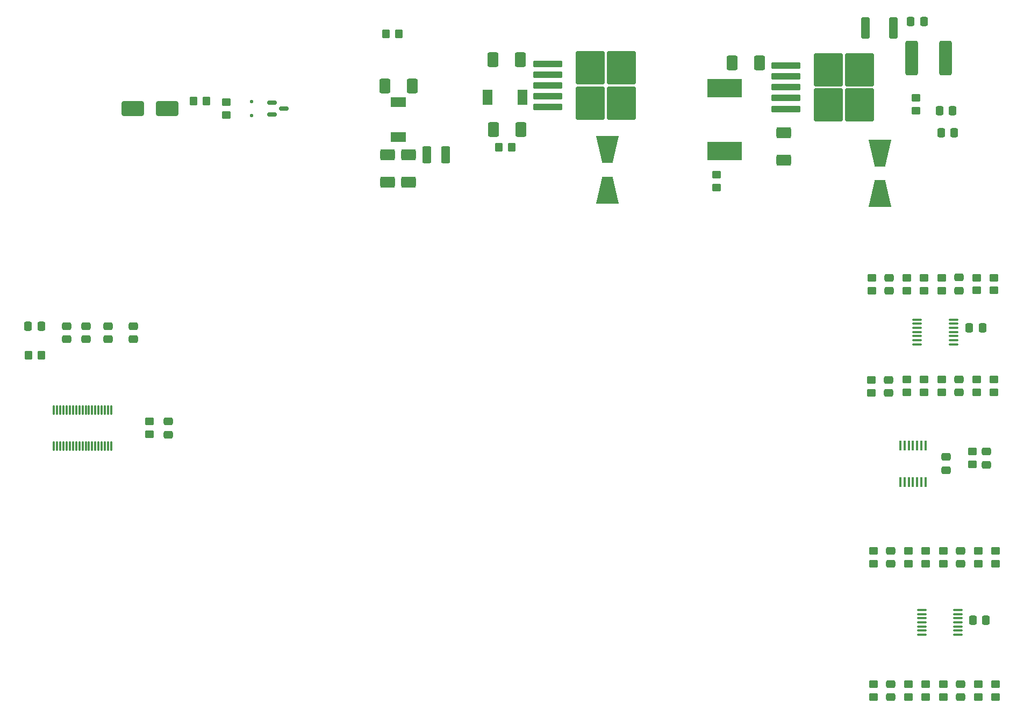
<source format=gbr>
%TF.GenerationSoftware,KiCad,Pcbnew,9.0.6-9.0.6~ubuntu24.04.1*%
%TF.CreationDate,2025-11-26T16:44:32+01:00*%
%TF.ProjectId,HVAC_STM32F7_PCB,48564143-5f53-4544-9d33-3246375f5043,rev?*%
%TF.SameCoordinates,Original*%
%TF.FileFunction,Paste,Top*%
%TF.FilePolarity,Positive*%
%FSLAX46Y46*%
G04 Gerber Fmt 4.6, Leading zero omitted, Abs format (unit mm)*
G04 Created by KiCad (PCBNEW 9.0.6-9.0.6~ubuntu24.04.1) date 2025-11-26 16:44:32*
%MOMM*%
%LPD*%
G01*
G04 APERTURE LIST*
G04 Aperture macros list*
%AMRoundRect*
0 Rectangle with rounded corners*
0 $1 Rounding radius*
0 $2 $3 $4 $5 $6 $7 $8 $9 X,Y pos of 4 corners*
0 Add a 4 corners polygon primitive as box body*
4,1,4,$2,$3,$4,$5,$6,$7,$8,$9,$2,$3,0*
0 Add four circle primitives for the rounded corners*
1,1,$1+$1,$2,$3*
1,1,$1+$1,$4,$5*
1,1,$1+$1,$6,$7*
1,1,$1+$1,$8,$9*
0 Add four rect primitives between the rounded corners*
20,1,$1+$1,$2,$3,$4,$5,0*
20,1,$1+$1,$4,$5,$6,$7,0*
20,1,$1+$1,$6,$7,$8,$9,0*
20,1,$1+$1,$8,$9,$2,$3,0*%
%AMOutline4P*
0 Free polygon, 4 corners , with rotation*
0 The origin of the aperture is its center*
0 number of corners: always 4*
0 $1 to $8 corner X, Y*
0 $9 Rotation angle, in degrees counterclockwise*
0 create outline with 4 corners*
4,1,4,$1,$2,$3,$4,$5,$6,$7,$8,$1,$2,$9*%
G04 Aperture macros list end*
%ADD10RoundRect,0.250000X0.450000X-0.350000X0.450000X0.350000X-0.450000X0.350000X-0.450000X-0.350000X0*%
%ADD11R,1.500000X2.400000*%
%ADD12RoundRect,0.250000X0.350000X0.450000X-0.350000X0.450000X-0.350000X-0.450000X0.350000X-0.450000X0*%
%ADD13RoundRect,0.250000X-0.337500X-0.475000X0.337500X-0.475000X0.337500X0.475000X-0.337500X0.475000X0*%
%ADD14RoundRect,0.250000X-0.450000X0.350000X-0.450000X-0.350000X0.450000X-0.350000X0.450000X0.350000X0*%
%ADD15RoundRect,0.100000X0.637500X0.100000X-0.637500X0.100000X-0.637500X-0.100000X0.637500X-0.100000X0*%
%ADD16RoundRect,0.250000X0.475000X-0.337500X0.475000X0.337500X-0.475000X0.337500X-0.475000X-0.337500X0*%
%ADD17R,5.400000X2.900000*%
%ADD18RoundRect,0.250001X0.612499X0.899999X-0.612499X0.899999X-0.612499X-0.899999X0.612499X-0.899999X0*%
%ADD19Outline4P,-2.150000X-1.800000X2.150000X-0.800000X2.150000X0.800000X-2.150000X1.800000X270.000000*%
%ADD20Outline4P,-2.150000X-1.800000X2.150000X-0.800000X2.150000X0.800000X-2.150000X1.800000X90.000000*%
%ADD21RoundRect,0.250000X0.400000X1.450000X-0.400000X1.450000X-0.400000X-1.450000X0.400000X-1.450000X0*%
%ADD22RoundRect,0.250000X-0.475000X0.337500X-0.475000X-0.337500X0.475000X-0.337500X0.475000X0.337500X0*%
%ADD23RoundRect,0.125000X0.125000X-0.125000X0.125000X0.125000X-0.125000X0.125000X-0.125000X-0.125000X0*%
%ADD24RoundRect,0.249999X-0.737501X-2.450001X0.737501X-2.450001X0.737501X2.450001X-0.737501X2.450001X0*%
%ADD25RoundRect,0.250000X-1.500000X-0.900000X1.500000X-0.900000X1.500000X0.900000X-1.500000X0.900000X0*%
%ADD26RoundRect,0.250001X-0.899999X0.612499X-0.899999X-0.612499X0.899999X-0.612499X0.899999X0.612499X0*%
%ADD27RoundRect,0.051250X-0.153750X0.733750X-0.153750X-0.733750X0.153750X-0.733750X0.153750X0.733750X0*%
%ADD28RoundRect,0.250001X-0.462499X-1.074999X0.462499X-1.074999X0.462499X1.074999X-0.462499X1.074999X0*%
%ADD29RoundRect,0.075000X-0.075000X0.662500X-0.075000X-0.662500X0.075000X-0.662500X0.075000X0.662500X0*%
%ADD30RoundRect,0.250000X-0.350000X-0.450000X0.350000X-0.450000X0.350000X0.450000X-0.350000X0.450000X0*%
%ADD31RoundRect,0.150000X-0.587500X-0.150000X0.587500X-0.150000X0.587500X0.150000X-0.587500X0.150000X0*%
%ADD32RoundRect,0.250000X-2.025000X-2.375000X2.025000X-2.375000X2.025000X2.375000X-2.025000X2.375000X0*%
%ADD33RoundRect,0.250000X-2.050000X-0.300000X2.050000X-0.300000X2.050000X0.300000X-2.050000X0.300000X0*%
%ADD34R,2.400000X1.500000*%
%ADD35RoundRect,0.250001X-0.612499X-0.899999X0.612499X-0.899999X0.612499X0.899999X-0.612499X0.899999X0*%
G04 APERTURE END LIST*
D10*
%TO.C,R9*%
X202800000Y-94875000D03*
X202800000Y-92875000D03*
%TD*%
D11*
%TO.C,L2*%
X131300000Y-48400000D03*
X136800000Y-48400000D03*
%TD*%
D12*
%TO.C,R4*%
X87000000Y-49000000D03*
X85000000Y-49000000D03*
%TD*%
D13*
%TO.C,C11*%
X58925000Y-84500000D03*
X61000000Y-84500000D03*
%TD*%
D14*
%TO.C,R7*%
X191800000Y-76875000D03*
X191800000Y-78875000D03*
%TD*%
D10*
%TO.C,R1*%
X78000000Y-101500000D03*
X78000000Y-99500000D03*
%TD*%
D15*
%TO.C,U5*%
X204662500Y-87325000D03*
X204662500Y-86675000D03*
X204662500Y-86025000D03*
X204662500Y-85375000D03*
X204662500Y-84725000D03*
X204662500Y-84075000D03*
X204662500Y-83425000D03*
X198937500Y-83425000D03*
X198937500Y-84075000D03*
X198937500Y-84725000D03*
X198937500Y-85375000D03*
X198937500Y-86025000D03*
X198937500Y-86675000D03*
X198937500Y-87325000D03*
%TD*%
D16*
%TO.C,C20*%
X194550000Y-78912500D03*
X194550000Y-76837500D03*
%TD*%
D14*
%TO.C,RG4*%
X208300000Y-92875000D03*
X208300000Y-94875000D03*
%TD*%
D17*
%TO.C,L1*%
X168600000Y-46975000D03*
X168600000Y-56875000D03*
%TD*%
D14*
%TO.C,RF3*%
X200050000Y-76875000D03*
X200050000Y-78875000D03*
%TD*%
%TO.C,RG7*%
X208550000Y-119875000D03*
X208550000Y-121875000D03*
%TD*%
%TO.C,RF4*%
X211050000Y-92875000D03*
X211050000Y-94875000D03*
%TD*%
D18*
%TO.C,C4*%
X136562500Y-53450000D03*
X132237500Y-53450000D03*
%TD*%
D15*
%TO.C,U6*%
X205412500Y-133075000D03*
X205412500Y-132425000D03*
X205412500Y-131775000D03*
X205412500Y-131125000D03*
X205412500Y-130475000D03*
X205412500Y-129825000D03*
X205412500Y-129175000D03*
X199687500Y-129175000D03*
X199687500Y-129825000D03*
X199687500Y-130475000D03*
X199687500Y-131125000D03*
X199687500Y-131775000D03*
X199687500Y-132425000D03*
X199687500Y-133075000D03*
%TD*%
D13*
%TO.C,C32*%
X207175000Y-84750000D03*
X209250000Y-84750000D03*
%TD*%
D19*
%TO.C,D1*%
X150200000Y-56650000D03*
D20*
X150200000Y-63050000D03*
%TD*%
D18*
%TO.C,C1*%
X136462500Y-42450000D03*
X132137500Y-42450000D03*
%TD*%
%TO.C,C6*%
X174162500Y-43000000D03*
X169837500Y-43000000D03*
%TD*%
D14*
%TO.C,R13*%
X203050000Y-140875000D03*
X203050000Y-142875000D03*
%TD*%
D21*
%TO.C,F2*%
X195225000Y-37500000D03*
X190775000Y-37500000D03*
%TD*%
D14*
%TO.C,R6*%
X191700000Y-92950000D03*
X191700000Y-94950000D03*
%TD*%
D22*
%TO.C,C17*%
X203550000Y-105087500D03*
X203550000Y-107162500D03*
%TD*%
D23*
%TO.C,D4*%
X94100000Y-51290000D03*
X94100000Y-49090000D03*
%TD*%
D14*
%TO.C,RG5*%
X197550000Y-140875000D03*
X197550000Y-142875000D03*
%TD*%
D12*
%TO.C,R16*%
X135100000Y-56250000D03*
X133100000Y-56250000D03*
%TD*%
D24*
%TO.C,C29*%
X198112500Y-42250000D03*
X203387500Y-42250000D03*
%TD*%
D14*
%TO.C,RF7*%
X211300000Y-119875000D03*
X211300000Y-121875000D03*
%TD*%
D16*
%TO.C,C12*%
X68000000Y-86537500D03*
X68000000Y-84462500D03*
%TD*%
D14*
%TO.C,R8*%
X202800000Y-76875000D03*
X202800000Y-78875000D03*
%TD*%
D13*
%TO.C,C30*%
X202462500Y-50500000D03*
X204537500Y-50500000D03*
%TD*%
D22*
%TO.C,C9*%
X75500000Y-84462500D03*
X75500000Y-86537500D03*
%TD*%
D25*
%TO.C,D3*%
X75400000Y-50190000D03*
X80800000Y-50190000D03*
%TD*%
D16*
%TO.C,C25*%
X205800000Y-142912500D03*
X205800000Y-140837500D03*
%TD*%
%TO.C,C24*%
X205800000Y-121912500D03*
X205800000Y-119837500D03*
%TD*%
D10*
%TO.C,R5*%
X90100000Y-51190000D03*
X90100000Y-49190000D03*
%TD*%
D14*
%TO.C,RF2*%
X200050000Y-92875000D03*
X200050000Y-94875000D03*
%TD*%
%TO.C,R15*%
X167350000Y-60625000D03*
X167350000Y-62625000D03*
%TD*%
D16*
%TO.C,C11X7R1*%
X71500000Y-86537500D03*
X71500000Y-84462500D03*
%TD*%
D26*
%TO.C,C27*%
X118800000Y-57437500D03*
X118800000Y-61762500D03*
%TD*%
D13*
%TO.C,C28*%
X197962500Y-36500000D03*
X200037500Y-36500000D03*
%TD*%
D16*
%TO.C,C13*%
X65000000Y-86537500D03*
X65000000Y-84462500D03*
%TD*%
D27*
%TO.C,U3*%
X200250000Y-103255000D03*
X199600000Y-103255000D03*
X198950000Y-103255000D03*
X198300000Y-103255000D03*
X197650000Y-103255000D03*
X197000000Y-103255000D03*
X196350000Y-103255000D03*
X196350000Y-108995000D03*
X197000000Y-108995000D03*
X197650000Y-108995000D03*
X198300000Y-108995000D03*
X198950000Y-108995000D03*
X199600000Y-108995000D03*
X200250000Y-108995000D03*
%TD*%
D14*
%TO.C,RG6*%
X197550000Y-119875000D03*
X197550000Y-121875000D03*
%TD*%
%TO.C,R12*%
X203050000Y-119875000D03*
X203050000Y-121875000D03*
%TD*%
D28*
%TO.C,FB1*%
X121712500Y-57500000D03*
X124687500Y-57500000D03*
%TD*%
D29*
%TO.C,U7*%
X72000000Y-97637500D03*
X71500000Y-97637500D03*
X71000000Y-97637500D03*
X70500000Y-97637500D03*
X70000000Y-97637500D03*
X69500000Y-97637500D03*
X69000000Y-97637500D03*
X68500000Y-97637500D03*
X68000000Y-97637500D03*
X67500000Y-97637500D03*
X67000000Y-97637500D03*
X66500000Y-97637500D03*
X66000000Y-97637500D03*
X65500000Y-97637500D03*
X65000000Y-97637500D03*
X64500000Y-97637500D03*
X64000000Y-97637500D03*
X63500000Y-97637500D03*
X63000000Y-97637500D03*
X63000000Y-103362500D03*
X63500000Y-103362500D03*
X64000000Y-103362500D03*
X64500000Y-103362500D03*
X65000000Y-103362500D03*
X65500000Y-103362500D03*
X66000000Y-103362500D03*
X66500000Y-103362500D03*
X67000000Y-103362500D03*
X67500000Y-103362500D03*
X68000000Y-103362500D03*
X68500000Y-103362500D03*
X69000000Y-103362500D03*
X69500000Y-103362500D03*
X70000000Y-103362500D03*
X70500000Y-103362500D03*
X71000000Y-103362500D03*
X71500000Y-103362500D03*
X72000000Y-103362500D03*
%TD*%
D30*
%TO.C,R14*%
X115300000Y-38400000D03*
X117300000Y-38400000D03*
%TD*%
D14*
%TO.C,RG3*%
X197300000Y-76875000D03*
X197300000Y-78875000D03*
%TD*%
D10*
%TO.C,R3*%
X207650000Y-106237500D03*
X207650000Y-104237500D03*
%TD*%
D31*
%TO.C,Q1*%
X97362500Y-49250000D03*
X97362500Y-51150000D03*
X99237500Y-50200000D03*
%TD*%
D14*
%TO.C,R10*%
X192050000Y-140875000D03*
X192050000Y-142875000D03*
%TD*%
D32*
%TO.C,U2*%
X185000000Y-44050000D03*
X185000000Y-49600000D03*
X189850000Y-44050000D03*
X189850000Y-49600000D03*
D33*
X178275000Y-43425000D03*
X178275000Y-45125000D03*
X178275000Y-46825000D03*
X178275000Y-48525000D03*
X178275000Y-50225000D03*
%TD*%
D14*
%TO.C,RF8*%
X211300000Y-140875000D03*
X211300000Y-142875000D03*
%TD*%
D26*
%TO.C,C16*%
X115500000Y-57437500D03*
X115500000Y-61762500D03*
%TD*%
D34*
%TO.C,L3*%
X117200000Y-49150000D03*
X117200000Y-54650000D03*
%TD*%
D14*
%TO.C,RF5*%
X200300000Y-140875000D03*
X200300000Y-142875000D03*
%TD*%
D19*
%TO.C,D2*%
X193100000Y-57200000D03*
D20*
X193100000Y-63600000D03*
%TD*%
D14*
%TO.C,RF6*%
X200300000Y-119875000D03*
X200300000Y-121875000D03*
%TD*%
D16*
%TO.C,C14*%
X209900000Y-106275000D03*
X209900000Y-104200000D03*
%TD*%
D14*
%TO.C,RG2*%
X197300000Y-92875000D03*
X197300000Y-94875000D03*
%TD*%
%TO.C,RG1*%
X208300000Y-76837500D03*
X208300000Y-78837500D03*
%TD*%
D13*
%TO.C,C33*%
X207712500Y-130750000D03*
X209787500Y-130750000D03*
%TD*%
D16*
%TO.C,C23*%
X194800000Y-121912500D03*
X194800000Y-119837500D03*
%TD*%
%TO.C,C21*%
X205550000Y-94912500D03*
X205550000Y-92837500D03*
%TD*%
D10*
%TO.C,R17*%
X198750000Y-50500000D03*
X198750000Y-48500000D03*
%TD*%
D14*
%TO.C,R11*%
X192050000Y-119875000D03*
X192050000Y-121875000D03*
%TD*%
D32*
%TO.C,U1*%
X147500000Y-43750000D03*
X147500000Y-49300000D03*
X152350000Y-43750000D03*
X152350000Y-49300000D03*
D33*
X140775000Y-43125000D03*
X140775000Y-44825000D03*
X140775000Y-46525000D03*
X140775000Y-48225000D03*
X140775000Y-49925000D03*
%TD*%
D16*
%TO.C,C18*%
X205550000Y-78875000D03*
X205550000Y-76800000D03*
%TD*%
%TO.C,C10*%
X81000000Y-101537500D03*
X81000000Y-99462500D03*
%TD*%
D14*
%TO.C,RG8*%
X208550000Y-140875000D03*
X208550000Y-142875000D03*
%TD*%
D35*
%TO.C,C26*%
X115137500Y-46600000D03*
X119462500Y-46600000D03*
%TD*%
D26*
%TO.C,C7*%
X177950000Y-53962500D03*
X177950000Y-58287500D03*
%TD*%
D16*
%TO.C,C19*%
X194450000Y-94987500D03*
X194450000Y-92912500D03*
%TD*%
D14*
%TO.C,RF1*%
X211050000Y-76837500D03*
X211050000Y-78837500D03*
%TD*%
D30*
%TO.C,R2*%
X58982500Y-89005000D03*
X60982500Y-89005000D03*
%TD*%
D13*
%TO.C,C31*%
X202712500Y-54000000D03*
X204787500Y-54000000D03*
%TD*%
D16*
%TO.C,C22*%
X194800000Y-142912500D03*
X194800000Y-140837500D03*
%TD*%
M02*

</source>
